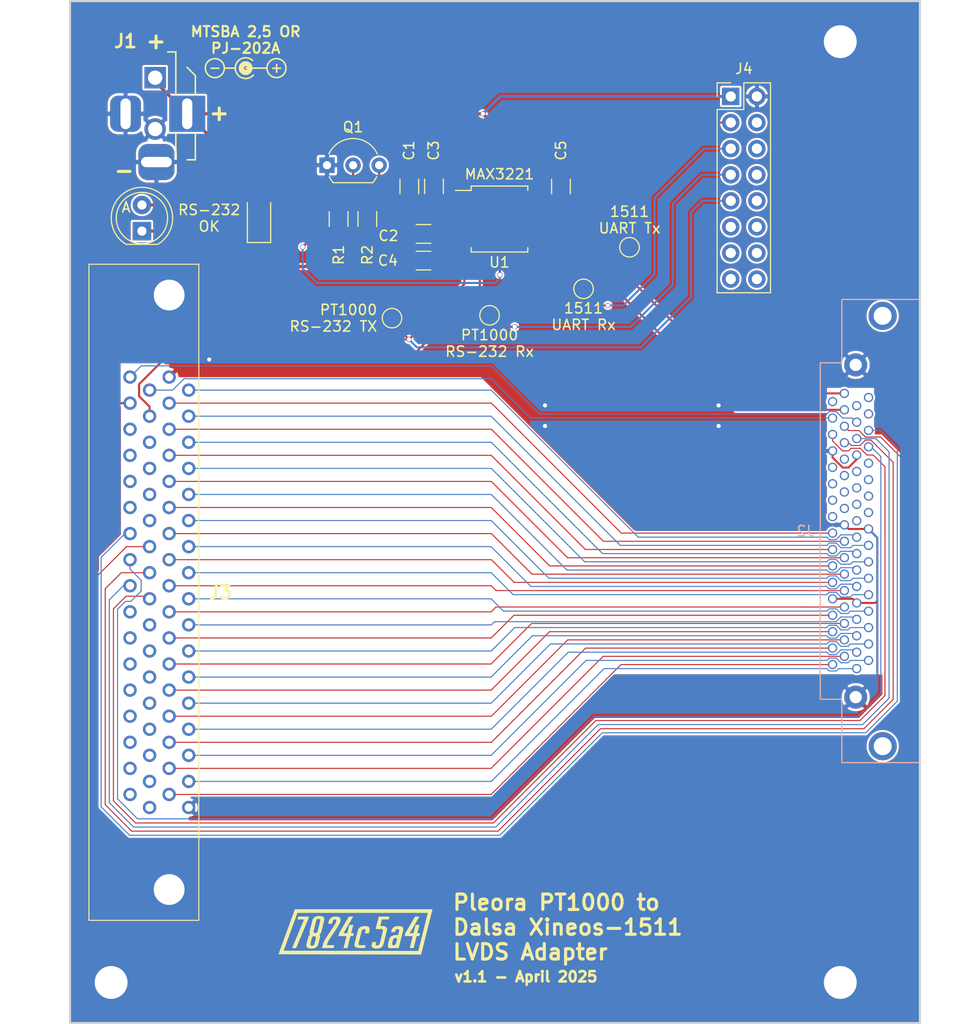
<source format=kicad_pcb>
(kicad_pcb (version 20241229) (generator "pcbnew") (generator_version "9.0")
  (layers (0 "F.Cu" signal) (2 "B.Cu" signal) (13 "F.Paste" user) (15 "B.Paste" user) (5 "F.SilkS" user "F.Silkscreen") (7 "B.SilkS" user "B.Silkscreen") (1 "F.Mask" user) (3 "B.Mask" user) (25 "Edge.Cuts" user))
  (net 0 "")
  (net 1 "Net-(U1-C1+)")
  (net 2 "Net-(U1-C1-)")
  (net 3 "Net-(U1-C2+)")
  (net 4 "Net-(U1-C2-)")
  (net 5 "Net-(U1-V+)")
  (net 6 "GND")
  (net 7 "Net-(U1-V-)")
  (net 8 "Net-(D1-K)")
  (net 9 "+5V")
  (net 10 "DATA_A_0+")
  (net 11 "DATA_A_0-")
  (net 12 "DATA_A_1+")
  (net 13 "DATA_A_1-")
  (net 14 "DATA_A_2+")
  (net 15 "DATA_A_2-")
  (net 16 "DATA_A_3+")
  (net 17 "DATA_A_3-")
  (net 18 "DATA_A_4+")
  (net 19 "DATA_A_4-")
  (net 20 "DATA_A_5+")
  (net 21 "DATA_A_5-")
  (net 22 "DATA_A_6+")
  (net 23 "DATA_A_6-")
  (net 24 "DATA_A_7+")
  (net 25 "DATA_A_7-")
  (net 26 "DATA_B_0+")
  (net 27 "DATA_B_0-")
  (net 28 "DATA_B_1+")
  (net 29 "DATA_B_1-")
  (net 30 "DATA_B_2+")
  (net 31 "DATA_B_2-")
  (net 32 "DATA_B_3+")
  (net 33 "DATA_B_3-")
  (net 34 "DATA_B_4+")
  (net 35 "DATA_B_4-")
  (net 36 "DATA_B_5+")
  (net 37 "DATA_B_5-")
  (net 38 "DATA_B_6+")
  (net 39 "DATA_B_6-")
  (net 40 "DATA_B_7+")
  (net 41 "DATA_B_7-")
  (net 42 "PT1000_PROG_0+")
  (net 43 "PT1000_PROG_1+")
  (net 44 "PT1000_PROG_1-")
  (net 45 "PT1000_PROG_2+")
  (net 46 "PT1000_PROG_2-")
  (net 47 "PT1000_PROG_3+")
  (net 48 "PT1000_PROG_3-")
  (net 49 "FVAL+")
  (net 50 "FVAL-")
  (net 51 "LVAL+")
  (net 52 "LVAL-")
  (net 53 "DVAL+")
  (net 54 "DVAL-")
  (net 55 "PT1000_CC_1+")
  (net 56 "PT1000_CC_1-")
  (net 57 "PT1000_CC_2+")
  (net 58 "PT1000_CC_2-")
  (net 59 "PT1000_CC_3+")
  (net 60 "PT1000_CC_3-")
  (net 61 "PT1000_CC_4+")
  (net 62 "PT1000_CC_4-")
  (net 63 "PT1000_RS232_RX")
  (net 64 "PT1000_RS232_TX")
  (net 65 "CLK+")
  (net 66 "CLK-")
  (net 67 "XINEOS_19")
  (net 68 "XINEOS_20")
  (net 69 "XINEOS_TRIG_1+")
  (net 70 "XINEOS_22")
  (net 71 "XINEOS_PROG_2+")
  (net 72 "XINEOS_PROG_1+")
  (net 73 "XINEOS_PROG_3+")
  (net 74 "XINEOS_26")
  (net 75 "XINEOS_UART_RX")
  (net 76 "XINEOS_PROG_4+")
  (net 77 "XINEOS_UART_TX")
  (net 78 "XINEOS_53")
  (net 79 "XINEOS_54")
  (net 80 "XINEOS_TRIG_1-")
  (net 81 "XINEOS_56")
  (net 82 "XINEOS_PROG_2-")
  (net 83 "XINEOS_PROG_1-")
  (net 84 "XINEOS_PROG_3-")
  (net 85 "XINEOS_60")
  (net 86 "XINEOS_66")
  (net 87 "XINEOS_PROG_4-")
  (net 88 "XINEOS_68")
  (net 89 "Net-(Q1-B)")
  (net 90 "Net-(Q1-C)")
  (net 91 "PT1000_RS232_VALID")
  (net 100 "PT1000_PROG_0-")
  (footprint "Capacitor_SMD:C_1206_3216Metric_Pad1.33x1.80mm_HandSolder" (layer "F.Cu") (at 155.65 61.6825 90)
    (property "Reference" "C5")
    (property "Value" ".1uF" (hide yes))
  )
  (footprint "Resistor_SMD:R_1206_3216Metric_Pad1.30x1.75mm_HandSolder" (layer "F.Cu") (at 136.8 64.85 -90)
    (property "Reference" "R2")
    (property "Value" "220R")
  )
  (footprint "Symbol:Symbol_Barrel_Polarity" (layer "F.Cu") (at 124.95 50.0825)
    (property "Reference" "REF**" (hide yes))
    (property "Value" "Symbol_Barrel_Polarity" (hide yes))
  )
  (footprint "Capacitor_SMD:C_1206_3216Metric_Pad1.33x1.80mm_HandSolder" (layer "F.Cu") (at 143.2875 61.6675 90)
    (property "Reference" "C3")
    (property "Value" ".33uF" (hide yes))
  )
  (footprint "Connector_PinHeader_2.54mm:PinHeader_2x08_P2.54mm_Vertical" (layer "F.Cu") (at 172.185 52.917496)
    (property "Reference" "J4")
    (property "Value" "Debug Header" (hide yes))
  )
  (footprint "LED_THT:LED_D5.0mm" (layer "F.Cu") (at 114.85 66.025002 90)
    (property "Reference" "D1" (hide yes))
    (property "Value" "LED")
  )
  (footprint "TestPoint:TestPoint_Pad_D1.5mm" (layer "F.Cu") (at 157.85 71.65)
    (property "Reference" "REF**" (hide yes))
    (property "Value" "Xineos-1511" (hide yes))
  )
  (footprint "MountingHole:MountingHole_3.2mm_M3_DIN965_Pad" (layer "F.Cu") (at 182.85 139.1825)
    (property "Reference" "REF**" (hide yes))
    (property "Value" "MountingHole_3.2mm_M3_DIN965_Pad" (hide yes))
  )
  (footprint "Resistor_SMD:R_1206_3216Metric_Pad1.30x1.75mm_HandSolder" (layer "F.Cu") (at 134 64.85 90)
    (property "Reference" "R1")
    (property "Value" "3.3K")
  )
  (footprint "MountingHole:MountingHole_3.2mm_M3_DIN965_Pad" (layer "F.Cu") (at 182.85 47.5825)
    (property "Reference" "REF**" (hide yes))
    (property "Value" "MountingHole_3.2mm_M3_DIN965_Pad" (hide yes))
  )
  (footprint "TestPoint:TestPoint_Pad_D1.5mm" (layer "F.Cu") (at 148.7 74.225)
    (property "Reference" "RS-232 Tx" (hide yes))
    (property "Value" "TestPoint_Pad_D1.5mm" (hide yes))
  )
  (footprint "Capacitor_SMD:C_1206_3216Metric_Pad1.33x1.80mm_HandSolder" (layer "F.Cu") (at 142.2625 66.3)
    (property "Reference" "C2")
    (property "Value" ".33uF" (hide yes))
  )
  (footprint "TestPoint:TestPoint_Pad_D1.5mm" (layer "F.Cu") (at 139.2 74.5)
    (property "Reference" "RS-232 Rx" (hide yes))
    (property "Value" "TestPoint_Pad_D1.5mm" (hide yes))
  )
  (footprint "Benderlabs_Custom:7824c5a4_logo_15x4.5mm" (layer "F.Cu") (at 135.64 134.259108)
    (property "Reference" "G***" (hide yes))
    (property "Value" "LOGO" (hide yes))
  )
  (footprint "Capacitor_SMD:C_1206_3216Metric_Pad1.33x1.80mm_HandSolder" (layer "F.Cu") (at 142.2625 68.9 180)
    (property "Reference" "C4")
    (property "Value" ".33uF" (hide yes))
  )
  (footprint "Xineos1511_LVDS_Adapter:MSTB-5.0mm-x2" (layer "F.Cu") (at 116.14 51.09 -90)
    (property "Reference" "J1")
    (property "Value" "VIN" (hide yes))
  )
  (footprint "Connector_BarrelJack:BarrelJack_Horizontal" (layer "F.Cu") (at 119.26 54.6025)
    (property "Reference" "REF**" (hide yes))
    (property "Value" "BarrelJack_Horizontal" (hide yes))
  )
  (footprint "MountingHole:MountingHole_3.2mm_M3_DIN965_Pad" (layer "F.Cu") (at 111.85 139.1825)
    (property "Reference" "REF**" (hide yes))
    (property "Value" "MountingHole_3.2mm_M3_DIN965_Pad" (hide yes))
  )
  (footprint "Xineos1511_LVDS_Adapter:MDR_68" (layer "F.Cu") (at 108.69 122.1475 -90)
    (property "Reference" "J3")
    (property "Value" "68_Pin_MDR_PT1000" (hide yes))
  )
  (footprint "Package_SO:SSOP-16_5.3x6.2mm_P0.65mm" (layer "F.Cu") (at 149.6625 64.85)
    (property "Reference" "U1")
    (property "Value" "MAX3221")
  )
  (footprint "Package_TO_SOT_THT:TO-92L_Inline_Wide" (layer "F.Cu") (at 132.87 59.61)
    (property "Reference" "Q1")
    (property "Value" "2N3904" (hide yes))
  )
  (footprint "LED_SMD:LED_1206_3216Metric" (layer "F.Cu") (at 126.25 64.85 90)
    (property "Reference" "REF**" (hide yes))
    (property "Value" "LED_1206_3216Metric" (hide yes))
  )
  (footprint "TestPoint:TestPoint_Pad_D1.5mm" (layer "F.Cu") (at 162.325 67.6)
    (property "Reference" "REF**" (hide yes))
    (property "Value" "UART Rx" (hide yes))
  )
  (footprint "Capacitor_SMD:C_1206_3216Metric_Pad1.33x1.80mm_HandSolder" (layer "F.Cu") (at 140.8875 61.68 -90)
    (property "Reference" "C1")
    (property "Value" ".047uF" (hide yes))
  )
  (footprint "Xineos1511_LVDS_Adapter:VHDCI_68" (layer "B.Cu") (at 190.65 72.8775 -90)
    (property "Reference" "J2")
    (property "Value" "68_Pin_VHDCI_Xineos")
  )
  (gr_line (start 120.05 52.7325) (end 120.05 50.8825) (stroke (width 0.15)) (layer "F.SilkS"))
  (gr_line (start 120.05 59.0825) (end 119.25 59.0825) (stroke (width 0.15)) (layer "F.SilkS"))
  (gr_line (start 118.15 48.5825) (end 117.35 48.5825) (stroke (width 0.15)) (layer "F.SilkS"))
  (gr_line (start 118.15 52.7325) (end 118.15 48.5825) (stroke (width 0.15)) (layer "F.SilkS"))
  (gr_line (start 120.05 50.8825) (end 119.25 50.0825) (stroke (width 0.15)) (layer "F.SilkS"))
  (gr_line (start 120.05 56.4825) (end 120.05 59.0825) (stroke (width 0.15)) (layer "F.SilkS"))
  (gr_line (start 118.15 58.5825) (end 118.15 56.4825) (stroke (width 0.15)) (layer "F.SilkS"))
  (gr_rect (start 107.85 43.6325) (end 190.6 143.1325) (stroke (width 0.2)) (fill no) (layer "Edge.Cuts"))
  (gr_text "MTSBA 2,5 OR\nPJ-202A" (at 124.95 48.806 0) (layer "F.SilkS") (effects (font (size 1 1) (thickness 0.2)) (justify bottom)))
  (gr_text "1511\nUART Rx" (at 157.85 74.3425 0) (layer "F.SilkS") (effects (font (size 1 1))))
  (gr_text "-" (at 113.125 60.1075 0) (layer "F.SilkS") (effects (font (size 1.5 1.5) (thickness 0.3) (bold yes))))
  (gr_text "-" (at 121.95 50.6825 0) (layer "F.SilkS") (effects (font (size 1 1)) (justify bottom)))
  (gr_text "+" (at 121.25 55.3825 0) (layer "F.SilkS") (effects (font (size 1.5 1.5) (thickness 0.3) (bold yes)) (justify left bottom)))
  (gr_text "+" (at 127.25 50.6825 0) (layer "F.SilkS") (effects (font (size 1 1)) (justify left bottom)))
  (gr_text "+" (at 115.1 48.3825 0) (layer "F.SilkS") (effects (font (size 1.5 1.5) (thickness 0.3) (bold yes)) (justify left bottom)))
  (gr_text "PT1000\nRS-232 Rx" (at 148.7 76.9525 0) (layer "F.SilkS") (effects (font (size 1 1))))
  (gr_text "v1.1 - April 2025" (at 145.15 139.2125 0) (layer "F.SilkS") (effects (font (size 1 1) (thickness 0.25) (bold yes)) (justify left bottom)))
  (gr_text "1511\nUART Tx" (at 162.33 64.9425 0) (layer "F.SilkS") (effects (font (size 1 1))))
  (gr_text "RS-232\nOK" (at 121.4 66.156724 0) (layer "F.SilkS") (effects (font (size 1 1)) (justify bottom)))
  (gr_text "A" (at 113.31 63.7125 0) (layer "F.SilkS") (effects (font (size 1 1))))
  (gr_text "PT1000\nRS-232 TX" (at 137.85 74.5 0) (layer "F.SilkS") (effects (font (size 1 1)) (justify right)))
  (gr_text "Pleora PT1000 to\nDalsa Xineos-1511\nLVDS Adapter" (at 144.975 137.1 0) (layer "F.SilkS") (effects (font (size 1.5 1.5) (thickness 0.3) (bold yes)) (justify left bottom)))
  (segment (start 142.5375 61.7675) (end 143.8375 61.7675) (width 0.2) (layer "F.Cu") (net 1))
  (segment (start 143.8375 61.7675) (end 145.295 63.225) (width 0.2) (layer "F.Cu") (net 1))
  (segment (start 140.8875 60.1175) (end 142.5375 61.7675) (width 0.2) (layer "F.Cu") (net 1))
  (segment (start 145.295 63.225) (end 146.25 63.225) (width 0.2) (layer "F.Cu") (net 1))
  (segment (start 142.0875 64.4425) (end 146.1675 64.4425) (width 0.2) (layer "F.Cu") (net 2))
  (segment (start 140.8875 63.2425) (end 142.0875 64.4425) (width 0.2) (layer "F.Cu") (net 2))
  (segment (start 146.1675 64.4425) (end 146.25 64.525) (width 0.2) (layer "F.Cu") (net 2))
  (segment (start 140.7 66.3) (end 142.1075 64.8925) (width 0.2) (layer "F.Cu") (net 3))
  (segment (start 144.97 65.175) (end 146.25 65.175) (width 0.2) (layer "F.Cu") (net 3))
  (segment (start 144.6875 64.8925) (end 144.97 65.175) (width 0.2) (layer "F.Cu") (net 3))
  (segment (start 142.1075 64.8925) (end 144.6875 64.8925) (width 0.2) (layer "F.Cu") (net 3))
  (segment (start 143.825 66.3) (end 144.3 65.825) (width 0.2) (layer "F.Cu") (net 4))
  (segment (start 144.3 65.825) (end 146.25 65.825) (width 0.2) (layer "F.Cu") (net 4))
  (segment (start 144.745 63.875) (end 146.25 63.875) (width 0.2) (layer "F.Cu") (net 5))
  (segment (start 143.2875 63.23) (end 144.1 63.23) (width 0.2) (layer "F.Cu") (net 5))
  (segment (start 144.1 63.23) (end 144.745 63.875) (width 0.2) (layer "F.Cu") (net 5))
  (segment (start 182.1025 101.825) (end 184.0475 101.825) (width 0.2) (layer "F.Cu") (net 6))
  (segment (start 182.1 101.8275) (end 182.1025 101.825) (width 0.2) (layer "F.Cu") (net 6))
  (segment (start 183.65 95.0275) (end 185.6 95.0275) (width 0.2) (layer "F.Cu") (net 6))
  (segment (start 183.078508 89.05) (end 183.65 89.05) (width 0.2) (layer "F.Cu") (net 6))
  (segment (start 186.2525 102.2275) (end 186.45 102.03) (width 0.2) (layer "F.Cu") (net 6))
  (segment (start 183.25 94.6275) (end 183.65 95.0275) (width 0.2) (layer "F.Cu") (net 6))
  (segment (start 186.45 95.8775) (end 185.6 95.0275) (width 0.2) (layer "F.Cu") (net 6))
  (segment (start 186.45 109.43) (end 186 109.88) (width 0.2) (layer "F.Cu") (net 6))
  (segment (start 186.45 102.03) (end 186.45 95.8775) (width 0.2) (layer "F.Cu") (net 6))
  (segment (start 182.1 87.4275) (end 182.1 88.071492) (width 0.2) (layer "F.Cu") (net 6))
  (segment (start 182.1 88.071492) (end 183.078508 89.05) (width 0.2) (layer "F.Cu") (net 6))
  (segment (start 183.65 89.05) (end 184.45 88.25) (width 0.2) (layer "F.Cu") (net 6))
  (segment (start 184.0475 101.825) (end 184.45 102.2275) (width 0.2) (layer "F.Cu") (net 6))
  (segment (start 184.45 102.2275) (end 186.2525 102.2275) (width 0.2) (layer "F.Cu") (net 6))
  (segment (start 186.45 102.03) (end 186.45 109.43) (width 0.2) (layer "F.Cu") (net 6))
  (segment (start 184.45 88.25) (end 184.45 87.8275) (width 0.2) (layer "F.Cu") (net 6))
  (via (at 154.1 85) (size 0.5) (drill 0.4) (layers "F.Cu" "B.Cu") (net 6))
  (via (at 171 85) (size 0.5) (drill 0.4) (layers "F.Cu" "B.Cu") (net 6))
  (via (at 154.1 83) (size 0.5) (drill 0.4) (layers "F.Cu" "B.Cu") (net 6))
  (via (at 171 83) (size 0.5) (drill 0.4) (layers "F.Cu" "B.Cu") (net 6))
  (via (at 121.4 78.5325) (size 0.5) (drill 0.4) (layers "F.Cu" "B.Cu") (net 6))
  (segment (start 186.45 109.43) (end 186 109.88) (width 0.2) (layer "B.Cu") (net 6))
  (segment (start 186.45 95.8775) (end 186.45 109.43) (width 0.2) (layer "B.Cu") (net 6))
  (segment (start 185.6 95.0275) (end 186.45 95.8775) (width 0.2) (layer "B.Cu") (net 6))
  (segment (start 144.9125 66.6425) (end 145.08 66.475) (width 0.2) (layer "F.Cu") (net 7))
  (segment (start 144.48 68.9) (end 144.9125 68.4675) (width 0.2) (layer "F.Cu") (net 7))
  (segment (start 143.825 68.9) (end 144.48 68.9) (width 0.2) (layer "F.Cu") (net 7))
  (segment (start 145.08 66.475) (end 146.25 66.475) (width 0.2) (layer "F.Cu") (net 7))
  (segment (start 144.9125 68.4675) (end 144.9125 66.6425) (width 0.2) (layer "F.Cu") (net 7))
  (segment (start 128 69.475) (end 135.25 69.475) (width 0.3) (layer "F.Cu") (net 8))
  (segment (start 135.25 69.475) (end 136.800004 67.924996) (width 0.3) (layer "F.Cu") (net 8))
  (segment (start 114.85 66.025002) (end 126.025002 66.025002) (width 0.3) (layer "F.Cu") (net 8))
  (segment (start 126.25 67.725) (end 128 69.475) (width 0.3) (layer "F.Cu") (net 8))
  (segment (start 136.800004 67.924996) (end 136.800004 66.400001) (width 0.3) (layer "F.Cu") (net 8))
  (segment (start 126.025002 66.025002) (end 126.25 66.25) (width 0.2) (layer "F.Cu") (net 8))
  (segment (start 126.25 66.25) (end 126.25 67.725) (width 0.3) (layer "F.Cu") (net 8))
  (segment (start 126.25 61.5925) (end 126.25 63.45) (width 0.3) (layer "F.Cu") (net 9))
  (segment (start 116.14 51.4825) (end 119.26 54.6025) (width 0.3) (layer "F.Cu") (net 9))
  (segment (start 153.075 59.625) (end 153.075 63.225) (width 0.3) (layer "F.Cu") (net 9))
  (segment (start 119.26 54.6025) (end 126.25 61.5925) (width 0.3) (layer "F.Cu") (net 9))
  (segment (start 114.85 63.485002) (end 126.214998 63.485002) (width 0.3) (layer "F.Cu") (net 9))
  (segment (start 148.0525 54.6025) (end 153.075 59.625) (width 0.3) (layer "F.Cu") (net 9))
  (segment (start 153.075 63.225) (end 155.45 63.225) (width 0.2) (layer "F.Cu") (net 9))
  (segment (start 126.214998 63.485002) (end 126.25 63.45) (width 0.2) (layer "F.Cu") (net 9))
  (segment (start 119.26 54.6025) (end 148.0525 54.6025) (width 0.3) (layer "F.Cu") (net 9))
  (segment (start 116.14 51.09) (end 116.14 51.4825) (width 0.3) (layer "F.Cu") (net 9))
  (via (at 148.0525 54.6025) (size 0.5) (drill 0.4) (layers "F.Cu" "B.Cu") (net 9))
  (segment (start 149.737504 52.917496) (end 148.0525 54.6025) (width 0.3) (layer "B.Cu") (net 9))
  (segment (start 172.185 52.917496) (end 149.737504 52.917496) (width 0.3) (layer "B.Cu") (net 9))
  (segment (start 161.505 108.2275) (end 182.1 108.2275) (width 0.1016) (layer "F.Cu") (net 10))
  (segment (start 148.855 120.8775) (end 161.505 108.2275) (width 0.1016) (layer "F.Cu") (net 10))
  (segment (start 117.5 120.8775) (end 148.855 120.8775) (width 0.1016) (layer "F.Cu") (net 10))
  (segment (start 119.405 119.6075) (end 148.8675 119.6075) (width 0.1016) (layer "B.Cu") (net 11))
  (segment (start 181.543035 108.625) (end 181.772335 108.8543) (width 0.1016) (layer "B.Cu") (net 11))
  (segment (start 159.85 108.625) (end 181.543035 108.625) (width 0.1016) (layer "B.Cu") (net 11))
  (segment (start 182.4457 108.8543) (end 182.6725 108.6275) (width 0.1016) (layer "B.Cu") (net 11))
  (segment (start 148.8675 119.6075) (end 159.85 108.625) (width 0.1016) (layer "B.Cu") (net 11))
  (segment (start 181.772335 108.8543) (end 182.4457 108.8543) (width 0.1016) (layer "B.Cu") (net 11))
  (segment (start 182.6725 108.6275) (end 184.45 108.6275) (width 0.1016) (layer "B.Cu") (net 11))
  (segment (start 117.5 118.3375) (end 148.845 118.3375) (width 0.1016) (layer "F.Cu") (net 12))
  (segment (start 159.755 107.4275) (end 183.25 107.4275) (width 0.1016) (layer "F.Cu") (net 12))
  (segment (start 148.845 118.3375) (end 159.755 107.4275) (width 0.1016) (layer "F.Cu") (net 12))
  (segment (start 182.4507 107.6007) (end 182.9043 108.0543) (width 0.1016) (layer "B.Cu") (net 13))
  (segment (start 181.7743 107.6007) (end 182.4507 107.6007) (width 0.1016) (layer "B.Cu") (net 13))
  (segment (start 158.1 107.825) (end 181.55 107.825) (width 0.1016) (layer "B.Cu") (net 13))
  (segment (start 148.8575 117.0675) (end 158.1 107.825) (width 0.1016) (layer "B.Cu") (net 13))
  (segment (start 119.405 117.0675) (end 148.8575 117.0675) (width 0.1016) (layer "B.Cu") (net 13))
  (segment (start 183.5957 108.0543) (end 183.8225 107.8275) (width 0.1016) (layer "B.Cu") (net 13))
  (segment (start 183.8225 107.8275) (end 185.6 107.8275) (width 0.1016) (layer "B.Cu") (net 13))
  (segment (start 182.9043 108.0543) (end 183.5957 108.0543) (width 0.1016) (layer "B.Cu") (net 13))
  (segment (start 181.55 107.825) (end 181.7743 107.6007) (width 0.1016) (layer "B.Cu") (net 13))
  (segment (start 117.5 115.7975) (end 148.885 115.7975) (width 0.1016) (layer "F.Cu") (net 14))
  (segment (start 148.885 115.7975) (end 158.055 106.6275) (width 0.1016) (layer "F.Cu") (net 14))
  (segment (start 158.055 106.6275) (end 182.1 106.6275) (width 0.1016) (layer "F.Cu") (net 14))
  (segment (start 182.4457 107.2543) (end 182.8993 106.8007) (width 0.1016) (layer "B.Cu") (net 15))
  (segment (start 119.405 114.5275) (end 148.86 114.5275) (width 0.1016) (layer "B.Cu") (net 15))
  (segment (start 156.3625 107.025) (end 181.55 107.025) (width 0.1016) (layer "B.Cu") (net 15))
  (segment (start 181.55 107.025) (end 181.7793 107.2543) (width 0.1016) (layer "B.Cu") (net 15))
  (segment (start 148.86 114.5275) (end 156.3625 107.025) (width 0.1016) (layer "B.Cu") (net 15))
  (segment (start 184.2232 106.8007) (end 184.45 107.0275) (width 0.1016) (layer "B.Cu") (net 15))
  (segment (start 182.8993 106.8007) (end 184.2232 106.8007) (width 0.1016) (layer "B.Cu") (net 15))
  (segment (start 181.7793 107.2543) (end 182.4457 107.2543) (width 0.1016) (layer "B.Cu") (net 15))
  (segment (start 148.875 113.2575) (end 156.305 105.8275) (width 0.1016) (layer "F.Cu") (net 16))
  (segment (start 117.5 113.2575) (end 148.875 113.2575) (width 0.1016) (layer "F.Cu") (net 16))
  (segment (start 156.305 105.8275) (end 183.25 105.8275) (width 0.1016) (layer "F.Cu") (net 16))
  (segment (start 181.54375 106.225) (end 181.76805 106.0007) (width 0.1016) (layer "B.Cu") (net 17))
  (segment (start 181.76805 106.0007) (end 182.4507 106.0007) (width 0.1016) (layer "B.Cu") (net 17))
  (segment (start 183.8225 106.2275) (end 185.6 106.2275) (width 0.1016) (layer "B.Cu") (net 17))
  (segment (start 182.4507 106.0007) (end 182.9043 106.4543) (width 0.1016) (layer "B.Cu") (net 17))
  (segment (start 119.405 111.9875) (end 148.8625 111.9875) (width 0.1016) (layer "B.Cu") (net 17))
  (segment (start 182.9043 106.4543) (end 183.5957 106.4543) (width 0.1016) (layer "B.Cu") (net 17))
  (segment (start 148.8625 111.9875) (end 154.625 106.225) (width 0.1016) (layer "B.Cu") (net 17))
  (segment (start 183.5957 106.4543) (end 183.8225 106.2275) (width 0.1016) (layer "B.Cu") (net 17))
  (segment (start 154.625 106.225) (end 181.54375 106.225) (width 0.1016) (layer "B.Cu") (net 17))
  (segment (start 148.8575 110.7175) (end 154.5475 105.0275) (width 0.1016) (layer "F.Cu") (net 18))
  (segment (start 117.5 110.7175) (end 148.8575 110.7175) (width 0.1016) (layer "F.Cu") (net 18))
  (segment (start 154.5475 105.0275) (end 182.1 105.0275) (width 0.1016) (layer "F.Cu") (net 18))
  (segment (start 182.4457 105.6543) (end 182.9 105.2) (width 0.1016) (layer "B.Cu") (net 19))
  (segment (start 181.775817 105.6543) (end 182.4457 105.6543) (width 0.1016) (layer "B.Cu") (net 19))
  (segment (start 184.2225 105.2) (end 184.45 105.4275) (width 0.1016) (layer "B.Cu") (net 19))
  (segment (start 148.8525 109.4475) (end 152.875 105.425) (width 0.1016) (layer "B.Cu") (net 19))
  (segment (start 152.875 105.425) (end 181.546517 105.425) (width 0.1016) (layer "B.Cu") (net 19))
  (segment (start 119.405 109.4475) (end 148.8525 109.4475) (width 0.1016) (layer "B.Cu") (net 19))
  (segment (start 182.9 105.2) (end 184.2225 105.2) (width 0.1016) (layer "B.Cu") (net 19))
  (segment (start 181.546517 105.425) (end 181.775817 105.6543) (width 0.1016) (layer "B.Cu") (net 19))
  (segment (start 152.7975 104.2275) (end 183.25 104.2275) (width 0.1016) (layer "F.Cu") (net 20))
  (segment (start 117.5 108.1775) (end 148.8475 108.1775) (width 0.1016) (layer "F.Cu") (net 20))
  (segment (start 148.8475 108.1775) (end 152.7975 104.2275) (width 0.1016) (layer "F.Cu") (net 20))
  (segment (start 183.8225 104.6275) (end 185.6 104.6275) (width 0.1016) (layer "B.Cu") (net 21))
  (segment (start 182.455165 104.4007) (end 182.908765 104.8543) (width 0.1016) (layer "B.Cu") (net 21))
  (segment (start 148.8675 106.9075) (end 151.15 104.625) (width 0.1016) (layer "B.Cu") (net 21))
  (segment (start 183.5957 104.8543) (end 183.8225 104.6275) (width 0.1016) (layer "B.Cu") (net 21))
  (segment (start 181.55 104.625) (end 181.7743 104.4007) (width 0.1016) (layer "B.Cu") (net 21))
  (segment (start 119.405 106.9075) (end 148.8675 106.9075) (width 0.1016) (layer "B.Cu") (net 21))
  (segment (start 151.15 104.625) (end 181.55 104.625) (width 0.1016) (layer "B.Cu") (net 21))
  (segment (start 181.7743 104.4007) (end 182.455165 104.4007) (width 0.1016) (layer "B.Cu") (net 21))
  (segment (start 182.908765 104.8543) (end 183.5957 104.8543) (width 0.1016) (layer "B.Cu") (net 21))
  (segment (start 148.8625 105.6375) (end 151.0725 103.4275) (width 0.1016) (layer "F.Cu") (net 22))
  (segment (start 117.5 105.6375) (end 148.8625 105.6375) (width 0.1016) (layer "F.Cu") (net 22))
  (segment (start 151.0725 103.4275) (end 182.1 103.4275) (width 0.1016) (layer "F.Cu") (net 22))
  (segment (start 148.87 104.3675) (end 149.1832 104.0543) (width 0.1016) (layer "B.Cu") (net 23))
  (segment (start 149.1832 104.0543) (end 182.441236 104.0543) (width 0.1016) (layer "B.Cu") (net 23))
  (segment (start 184.2232 103.6007) (end 184.45 103.8275) (width 0.1016) (layer "B.Cu") (net 23))
  (segment (start 182.441236 104.0543) (end 182.894836 103.6007) (width 0.1016) (layer "B.Cu") (net 23))
  (segment (start 119.405 104.3675) (end 148.87 104.3675) (width 0.1016) (layer "B.Cu") (net 23))
  (segment (start 182.894836 103.6007) (end 184.2232 103.6007) (width 0.1016) (layer "B.Cu") (net 23))
  (segment (start 148.8525 103.0975) (end 149.325 102.625) (width 0.1016) (layer "F.Cu") (net 24))
  (segment (start 179.4475 102.625) (end 179.45 102.6275) (width 0.1016) (layer "F.Cu") (net 24))
  (segment (start 149.325 102.625) (end 179.4475 102.625) (width 0.1016) (layer "F.Cu") (net 24))
  (segment (start 117.5 103.0975) (end 148.8525 103.0975) (width 0.1016) (layer "F.Cu") (net 24))
  (segment (start 179.45 102.6275) (end 183.25 102.6275) (width 0.1016) (layer "F.Cu") (net 24))
  (segment (start 183.2475 102.625) (end 183.25 102.6275) (width 0.1016) (layer "F.Cu") (net 24))
  (segment (start 148.8525 101.8275) (end 150.05 103.025) (width 0.1016) (layer "B.Cu") (net 25))
  (segment (start 182.4507 102.8007) (end 182.9043 103.2543) (width 0.1016) (layer "B.Cu") (net 25))
  (segment (start 181.55 103.025) (end 181.7743 102.8007) (width 0.1016) (layer "B.Cu") (net 25))
  (segment (start 183.5957 103.2543) (end 183.8225 103.0275) (width 0.1016) (layer "B.Cu") (net 25))
  (segment (start 150.05 103.025) (end 181.55 103.025) (width 0.1016) (layer "B.Cu") (net 25))
  (segment (start 181.7743 102.8007) (end 182.4507 102.8007) (width 0.1016) (layer "B.Cu") (net 25))
  (segment (start 119.405 101.8275) (end 148.8525 101.8275) (width 0.1016) (layer "B.Cu") (net 25))
  (segment (start 183.8225 103.0275) (end 185.6 103.0275) (width 0.1016) (layer "B.Cu") (net 25))
  (segment (start 182.9043 103.2543) (end 183.5957 103.2543) (width 0.1016) (layer "B.Cu") (net 25))
  (segment (start 117.5 100.5575) (end 148.865663 100.5575) (width 0.1016) (layer "F.Cu") (net 26))
  (segment (start 148.865663 100.5575) (end 149.333163 101.025) (width 0.1016) (layer "F.Cu") (net 26))
  (segment (start 179.4475 101.025) (end 179.45 101.0275) (width 0.1016) (layer "F.Cu") (net 26))
  (segment (start 179.45 101.0275) (end 183.25 101.0275) (width 0.1016) (layer "F.Cu") (net 26))
  (segment (start 149.333163 101.025) (end 179.4475 101.025) (width 0.1016) (layer "F.Cu") (net 26))
  (segment (start 183.2475 101.025) (end 183.25 101.0275) (width 0.1016) (layer "F.Cu") (net 26))
  (segment (start 184.049509 101.4275) (end 185.6 101.4275) (width 0.1016) (layer "B.Cu") (net 27))
  (segment (start 181.7743 101.2007) (end 182.44445 101.2007) (width 0.1016) (layer "B.Cu") (net 27))
  (segment (start 182.89805 101.6543) (end 183.822709 101.6543) (width 0.1016) (layer "B.Cu") (net 27))
  (segment (start 148.8625 99.2875) (end 151 101.425) (width 0.1016) (layer "B.Cu") (net 27))
  (segment (start 183.822709 101.6543) (end 184.049509 101.4275) (width 0.1016) (layer "B.Cu") (net 27))
  (segment (start 151 101.425) (end 181.55 101.425) (width 0.1016) (layer "B.Cu") (net 27))
  (segment (start 182.44445 101.2007) (end 182.89805 101.6543) (width 0.1016) (layer "B.Cu") (net 27))
  (segment (start 119.405 99.2875) (end 148.8625 99.2875) (width 0.1016) (layer "B.Cu") (net 27))
  (segment (start 181.55 101.425) (end 181.7743 101.2007) (width 0.1016) (layer "B.Cu") (net 27))
  (segment (start 151.09 100.2275) (end 182.1 100.2275) (width 0.1016) (layer "F.Cu") (net 28))
  (segment (start 117.5 98.0175) (end 148.88 98.0175) (width 0.1016) (layer "F.Cu") (net 28))
  (segment (start 148.88 98.0175) (end 151.09 100.2275) (width 0.1016) (layer "F.Cu") (net 28))
  (segment (start 182.441236 100.8543) (end 182.894836 100.4007) (width 0.1016) (layer "B.Cu") (net 29))
  (segment (start 181.7668 100.8543) (end 182.441236 100.8543) (width 0.1016) (layer "B.Cu") (net 29))
  (segment (start 184.2232 100.4007) (end 184.45 100.6275) (width 0.1016) (layer "B.Cu") (net 29))
  (segment (start 182.894836 100.4007) (end 184.2232 100.4007) (width 0.1016) (layer "B.Cu") (net 29))
  (segment (start 152.725 100.625) (end 181.5375 100.625) (width 0.1016) (layer "B.Cu") (net 29))
  (segment (start 181.5375 100.625) (end 181.7668 100.8543) (width 0.1016) (layer "B.Cu") (net 29))
  (segment (start 148.8475 96.7475) (end 152.725 100.625) (width 0.1016) (layer "B.Cu") (net 29))
  (segment (start 119.405 96.7475) (end 148.8475 96.7475) (width 0.1016) (layer "B.Cu") (net 29))
  (segment (start 152.8275 99.4275) (end 183.25 99.4275) (width 0.1016) (layer "F.Cu") (net 30))
  (segment (start 148.8775 95.4775) (end 152.8275 99.4275) (width 0.1016) (layer "F.Cu") (net 30))
  (segment (start 117.5 95.4775) (end 148.8775 95.4775) (width 0.1016) (layer "F.Cu") (net 30))
  (segment (start 182.9043 100.0543) (end 183.8457 100.0543) (width 0.1016) (layer "B.Cu") (net 31))
  (segment (start 181.7743 99.6007) (end 182.4507 99.6007) (width 0.1016) (layer "B.Cu") (net 31))
  (segment (start 119.405 94.2075) (end 148.8575 94.2075) (width 0.1016) (layer "B.Cu") (net 31))
  (segment (start 184.0725 99.8275) (end 185.6 99.8275) (width 0.1016) (layer "B.Cu") (net 31))
  (segment (start 182.4507 99.6007) (end 182.9043 100.0543) (width 0.1016) (layer "B.Cu") (net 31))
  (segment (start 154.475 99.825) (end 181.55 99.825) (width 0.1016) (layer "B.Cu") (net 31))
  (segment (start 148.8575 94.2075) (end 154.475 99.825) (width 0.1016) (layer "B.Cu") (net 31))
  (segment (start 181.55 99.825) (end 181.7743 99.6007) (width 0.1016) (layer "B.Cu") (net 31))
  (segment (start 183.8457 100.0543) (end 184.0725 99.8275) (width 0.1016) (layer "B.Cu") (net 31))
  (segment (start 117.5 92.9375) (end 148.8625 92.9375) (width 0.1016) (layer "F.Cu") (net 32))
  (segment (start 154.5525 98.6275) (end 182.1 98.6275) (width 0.1016) (layer "F.Cu") (net 32))
  (segment (start 148.8625 92.9375) (end 154.5525 98.6275) (width 0.1016) (layer "F.Cu") (net 32))
  (segment (start 156.225 99.025) (end 181.555536 99.025) (width 0.1016) (layer "B.Cu") (net 33))
  (segment (start 184.2225 98.8) (end 184.45 99.0275) (width 0.1016) (layer "B.Cu") (net 33))
  (segment (start 182.42695 99.2543) (end 182.88125 98.8) (width 0.1016) (layer "B.Cu") (net 33))
  (segment (start 182.88125 98.8) (end 184.2225 98.8) (width 0.1016) (layer "B.Cu") (net 33))
  (segment (start 119.405 91.6675) (end 148.8675 91.6675) (width 0.1016) (layer "B.Cu") (net 33))
  (segment (start 181.784836 99.2543) (end 182.42695 99.2543) (width 0.1016) (layer "B.Cu") (net 33))
  (segment (start 148.8675 91.6675) (end 156.225 99.025) (width 0.1016) (layer "B.Cu") (net 33))
  (segment (start 181.555536 99.025) (end 181.784836 99.2543) (width 0.1016) (layer "B.Cu") (net 33))
  (segment (start 117.5 90.3975) (end 148.8725 90.3975) (width 0.1016) (layer "F.Cu") (net 34))
  (segment (start 156.3025 97.8275) (end 183.25 97.8275) (width 0.1016) (layer "F.Cu") (net 34))
  (segment (start 148.8725 90.3975) (end 156.3025 97.8275) (width 0.1016) (layer "F.Cu") (net 34))
  (segment (start 182.4382 98.0007) (end 182.8918 98.4543) (width 0.1016) (layer "B.Cu") (net 35))
  (segment (start 184.0725 98.2275) (end 185.6 98.2275) (width 0.1016) (layer "B.Cu") (net 35))
  (segment (start 183.8457 98.4543) (end 184.0725 98.2275) (width 0.1016) (layer "B.Cu") (net 35))
  (segment (start 119.405 89.1275) (end 148.865 89.1275) (width 0.1016) (layer "B.Cu") (net 35))
  (segment (start 182.8918 98.4543) (end 183.8457 98.4543) (width 0.1016) (layer "B.Cu") (net 35))
  (segment (start 181.7743 98.0007) (end 182.4382 98.0007) (width 0.1016) (layer "B.Cu") (net 35))
  (segment (start 157.9625 98.225) (end 181.55 98.225) (width 0.1016) (layer "B.Cu") (net 35))
  (segment (start 181.55 98.225) (end 181.7743 98.0007) (width 0.1016) (layer "B.Cu") (net 35))
  (segment (start 148.865 89.1275) (end 157.9625 98.225) (width 0.1016) (layer "B.Cu") (net 35))
  (segment (start 117.5 87.8575) (end 148.8575 87.8575) (width 0.1016) (layer "F.Cu") (net 36))
  (segment (start 158.0275 97.0275) (end 182.1 97.0275) (width 0.1016) (layer "F.Cu") (net 36))
  (segment (start 148.8575 87.8575) (end 158.0275 97.0275) (width 0.1016) (layer "F.Cu") (net 36))
  (segment (start 181.7793 97.6543) (end 182.44785 97.6543) (width 0.1016) (layer "B.Cu") (net 37))
  (segment (start 184.2232 97.2007) (end 184.45 97.4275) (width 0.1016) (layer "B.Cu") (net 37))
  (segment (start 182.44785 97.6543) (end 182.90145 97.2007) (width 0.1016) (layer "B.Cu") (net 37))
  (segment (start 181.55 97.425) (end 181.7793 97.6543) (width 0.1016) (layer "B.Cu") (net 37))
  (segment (start 182.90145 97.2007) (end 184.2232 97.2007) (width 0.1016) (layer "B.Cu") (net 37))
  (segment (start 119.405 86.5875) (end 148.8625 86.5875) (width 0.1016) (layer "B.Cu") (net 37))
  (segment (start 148.8625 86.5875) (end 159.7 97.425) (width 0.1016) (layer "B.Cu") (net 37))
  (segment (start 159.7 97.425) (end 181.55 97.425) (width 0.1016) (layer "B.Cu") (net 37))
  (segment (start 159.7775 96.2275) (end 183.25 96.2275) (width 0.1016) (layer "F.Cu") (net 38))
  (segment (start 117.5 85.3175) (end 148.8675 85.3175) (width 0.1016) (layer "F.Cu") (net 38))
  (segment (start 148.8675 85.3175) (end 159.7775 96.2275) (width 0.1016) (layer "F.Cu") (net 38))
  (segment (start 182.9043 96.8543) (end 183.8457 96.8543) (width 0.1016) (layer "B.Cu") (net 39))
  (segment (start 119.405 84.0475) (end 148.8475 84.0475) (width 0.1016) (layer "B.Cu") (net 39))
  (segment (start 181.7743 96.4007) (end 182.4507 96.4007) (width 0.1016) (layer "B.Cu") (net 39))
  (segment (start 184.0725 96.6275) (end 185.6 96.6275) (width 0.1016) (layer "B.Cu") (net 39))
  (segment (start 161.425 96.625) (end 181.55 96.625) (width 0.1016) (layer "B.Cu") (net 39))
  (segment (start 182.4507 96.4007) (end 182.9043 96.8543) (width 0.1016) (layer "B.Cu") (net 39))
  (segment (start 148.8475 84.0475) (end 161.425 96.625) (width 0.1016) (layer "B.Cu") (net 39))
  (segment (start 181.55 96.625) (end 181.7743 96.4007) (width 0.1016) (layer "B.Cu") (net 39))
  (segment (start 183.8457 96.8543) (end 184.0725 96.6275) (width 0.1016) (layer "B.Cu") (net 39))
  (segment (start 117.5 82.7775) (end 148.8775 82.7775) (width 0.1016) (layer "F.Cu") (net 40))
  (segment (start 161.5275 95.4275) (end 182.1 95.4275) (width 0.1016) (layer "F.Cu") (net 40))
  (segment (start 148.8775 82.7775) (end 161.5275 95.4275) (width 0.1016) (layer "F.Cu") (net 40))
  (segment (start 182.8993 95.6007) (end 184.2232 95.6007) (width 0.1016) (layer "B.Cu") (net 41))
  (segment (start 181.7793 96.0543) (end 182.4457 96.0543) (width 0.1016) (layer "B.Cu") (net 41))
  (segment (start 184.2232 95.6007) (end 184.45 95.8275) (width 0.1016) (layer "B.Cu") (net 41))
  (segment (start 148.8575 81.5075) (end 163.175 95.825) (width 0.1016) (layer "B.Cu") (net 41))
  (segment (start 119.405 81.5075) (end 148.8575 81.5075) (width 0.1016) (layer "B.Cu") (net 41))
  (segment (start 163.175 95.825) (end 181.55 95.825) (width 0.1016) (layer "B.Cu") (net 41))
  (segment (start 182.4457 96.0543) (end 182.8993 95.6007) (width 0.1016) (layer "B.Cu") (net 41))
  (segment (start 181.55 95.825) (end 181.7793 96.0543) (width 0.1016) (layer "B.Cu") (net 41))
  (segment (start 187.2 111.25) (end 187.2 88.975) (width 0.1016) (layer "F.Cu") (net 49))
  (segment (start 115.3425 101.575) (end 113.3 101.575) (width 0.1016) (layer "F.Cu") (net 49))
  (segment (start 112.075 121.5) (end 114.225 123.65) (width 0.1016) (layer "F.Cu") (net 49))
  (segment (start 183.061104 87.425) (end 182.1 86.463896) (width 0.1016) (layer "F.Cu") (net 49))
  (segment (start 184.775 113.675) (end 187.2 111.25) (width 0.1016) (layer "F.Cu") (net 49))
  (segment (start 182.1 86.463896) (end 182.1 85.8275) (width 0.1016) (layer "F.Cu") (net 49))
  (segment (start 149.075 123.65) (end 159.05 113.675) (width 0.1016) (layer "F.Cu") (net 49))
  (segment (start 183.9 87.175) (end 183.65 87.425) (width 0.1016) (layer "F.Cu") (net 49))
  (segment (start 113.3 101.575) (end 112.075 102.8) (width 0.1016) (layer "F.Cu") (net 49))
  (segment (start 186.05 87.825) (end 185.4375 87.825) (width 0.1016) (layer "F.Cu") (net 49))
  (segment (start 112.075 102.8) (end 112.075 121.5) (width 0.1016) (layer "F.Cu") (net 49))
  (segment (start 159.05 113.675) (end 184.775 113.675) (width 0.1016) (layer "F.Cu") (net 49))
  (segment (start 185.4375 87.825) (end 184.7875 87.175) (width 0.1016) (layer "F.Cu") (net 49))
  (segment (start 187.2 88.975) (end 186.05 87.825) (width 0.1016) (layer "F.Cu") (net 49))
  (segment (start 184.7875 87.175) (end 183.9 87.175) (width 0.1016) (layer "F.Cu") (net 49))
  (segment (start 183.65 87.425) (end 183.061104 87.425) (width 0.1016) (layer "F.Cu") (net 49))
  (segment (start 114.225 123.65) (end 149.075 123.65) (width 0.1016) (layer "F.Cu") (net 49))
  (segment (start 115.595 101.8275) (end 115.3425 101.575) (width 0.1016) (layer "F.Cu") (net 49))
  (segment (start 113.0425 100.5575) (end 111.675 101.925) (width 0.1016) (layer "B.Cu") (net 50))
  (segment (start 187.6 111.5) (end 187.6 87.525) (width 0.1016) (layer "B.Cu") (net 50))
  (segment (start 187.6 87.525) (end 186.3025 86.2275) (width 0.1016) (layer "B.Cu") (net 50))
  (segment (start 111.675 121.675) (end 114.05 124.05) (width 0.1016) (layer "B.Cu") (net 50))
  (segment (start 186.3025 86.2275) (end 184.45 86.2275) (width 0.1016) (layer "B.Cu") (net 50))
  (segment (start 185.025 114.075) (end 187.6 111.5) (width 0.1016) (layer "B.Cu") (net 50))
  (segment (start 111.675 101.925) (end 111.675 121.675) (width 0.1016) (layer "B.Cu") (net 50))
  (segment (start 114.05 124.05) (end 149.3 124.05) (width 0.1016) (layer "B.Cu") (net 50))
  (segment (start 149.3 124.05) (end 159.275 114.075) (width 0.1016) (layer "B.Cu") (net 50))
  (segment (start 113.69 100.5575) (end 113.0425 100.5575) (width 0.1016) (layer "B.Cu") (net 50))
  (segment (start 159.275 114.075) (end 185.025 114.075) (width 0.1016) (layer "B.Cu") (net 50))
  (segment (start 185.15 114.475) (end 188 111.625) (width 0.1016) (layer "F.Cu") (net 51))
  (segment (start 185.833929 86.375) (end 185.295535 86.375) (width 0.1016) (layer "F.Cu") (net 51))
  (segment (start 184.770535 86.9) (end 183.925 86.9) (width 0.1016) (layer "F.Cu") (net 51))
  (segment (start 111.275 100.85) (end 111.275 121.875) (width 0.1016) (layer "F.Cu") (net 51))
  (segment (start 115.595 99.2875) (end 112.8375 99.2875) (width 0.1016) (layer "F.Cu") (net 51))
  (segment (start 183.6525 86.6275) (end 183.25 86.6275) (width 0.1016) (layer "F.Cu") (net 51))
  (segment (start 111.275 121.875) (end 113.85 124.45) (width 0.1016) (layer "F.Cu") (net 51))
  (segment (start 183.925 86.9) (end 183.6525 86.6275) (width 0.1016) (layer "F.Cu") (net 51))
  (segment (start 188 111.625) (end 188 88.541071) (width 0.1016) (layer "F.Cu") (net 51))
  (segment (start 188 88.541071) (end 185.833929 86.375) (width 0.1016) (layer "F.Cu") (net 51))
  (segment (start 112.8375 99.2875) (end 111.275 100.85) (width 0.1016) (layer "F.Cu") (net 51))
  (segment (start 149.525 124.45) (end 159.5 114.475) (width 0.1016) (layer "F.Cu") (net 51))
  (segment (start 113.85 124.45) (end 149.525 124.45) (width 0.1016) (layer "F.Cu") (net 51))
  (segment (start 159.5 114.475) (end 185.15 114.475) (width 0.1016) (layer "F.Cu") (net 51))
  (segment (start 185.295535 86.375) (end 184.770535 86.9) (width 0.1016) (layer "F.Cu") (net 51))
  (segment (start 114.775 100.025) (end 114.775 101.075) (width 0.1016) (layer "B.Cu") (net 52))
  (segment (start 113.775 102.075) (end 113.25 102.075) (width 0.1016) (layer "B.Cu") (net 52))
  (segment (start 148.875 123.25) (end 158.85 113.275) (width 0.1016) (layer "B.Cu") (net 52))
  (segment (start 114.425 123.25) (end 148.875 123.25) (width 0.1016) (layer "B.Cu") (net 52))
  (segment (start 185.8525 87.0275) (end 185.6 87.0275) (width 0.1016) (layer "B.Cu") (net 52))
  (segment (start 113.69 98.0175) (end 113.69 98.94) (width 0.1016) (layer "B.Cu") (net 52))
  (segment (start 186.8 87.975) (end 185.8525 87.0275) (width 0.1016) (layer "B.Cu") (net 52))
  (segment (start 112.475 121.3) (end 114.425 123.25) (width 0.1016) (layer "B.Cu") (net 52))
  (segment (start 114.775 101.075) (end 113.775 102.075) (width 0.1016) (layer "B.Cu") (net 52))
  (segment (start 112.475 102.85) (end 112.475 121.3) (width 0.1016) (layer "B.Cu") (net 52))
  (segment (start 186.8 111.025) (end 186.8 87.975) (width 0.1016) (layer "B.Cu") (net 52))
  (segment (start 113.25 102.075) (end 112.475 102.85) (width 0.1016) (layer "B.Cu") (net 52))
  (segment (start 158.85 113.275) (end 184.55 113.275) (width 0.1016) (layer "B.Cu") (net 52))
  (segment (start 113.69 98.94) (end 114.775 100.025) (width 0.1016) (layer "B.Cu") (net 52))
  (segment (start 184.55 113.275) (end 186.8 111.025) (width 0.1016) (layer "B.Cu") (net 52))
  (segment (start 149.925 125.3) (end 159.95 115.275) (width 0.1016) (layer "F.Cu") (net 53))
  (segment (start 188.8 111.95) (end 188.8 88.1) (width 0.1016) (layer "F.Cu") (net 53))
  (segment (start 113.3525 96.7475) (end 110.475 99.625) (width 0.1016) (layer "F.Cu") (net 53))
  (segment (start 188.8 88.1) (end 186.775 86.075) (width 0.1016) (layer "F.Cu") (net 53))
  (segment (start 185.3 86.075) (end 184.675 85.45) (width 0.1016) (layer "F.Cu") (net 53))
  (segment (start 183.6725 85.45) (end 183.25 85.0275) (width 0.1016) (layer "F.Cu") (net 53))
  (segment (start 110.475 99.625) (end 110.475 122.3) (width 0.1016) (layer "F.Cu") (net 53))
  (segment (start 159.95 115.275) (end 185.475 115.275) (width 0.1016) (layer "F.Cu") (net 53))
  (segment (start 113.475 125.3) (end 149.925 125.3) (width 0.1016) (layer "F.Cu") (net 53))
  (segment (start 115.595 96.7475) (end 113.3525 96.7475) (width 0.1016) (layer "F.Cu") (net 53))
  (segment (start 185.475 115.275) (end 188.8 111.95) (width 0.1016) (layer "F.Cu") (net 53))
  (segment (start 184.675 85.45) (end 183.6725 85.45) (width 0.1016) (layer "F.Cu") (net 53))
  (segment (start 110.475 122.3) (end 113.475 125.3) (width 0.1016) (layer "F.Cu") (net 53))
  (segment (start 186.775 86.075) (end 185.3 86.075) (width 0.1016) (layer "F.Cu") (net 53))
  (segment (start 110.875 122.075) (end 113.65 124.85) (width 0.1016) (layer "B.Cu") (net 54))
  (segment (start 188.4 87.1) (end 186.7275 85.4275) (width 0.1016) (layer "B.Cu") (net 54))
  (segment (start 159.675 114.875) (end 185.325 114.875) (width 0.1016) (layer "B.Cu") (net 54))
  (segment (start 110.875 97.8) (end 110.875 122.075) (width 0.1016) (layer "B.Cu") (net 54))
  (segment (start 188.4 111.8) (end 188.4 87.1) (width 0.1016) (layer "B.Cu") (net 54))
  (segment (start 186.7275 85.4275) (end 185.6 85.4275) (width 0.1016) (layer "B.Cu") (net 54))
  (segment (start 113.69 95.4775) (end 113.1975 95.4775) (width 0.1016) (layer "B.Cu") (net 54))
  (segment (start 149.7 124.85) (end 159.675 114.875) (width 0.1016) (layer "B.Cu") (net 54))
  (segment (start 113.65 124.85) (end 149.7 124.85) (width 0.1016) (layer "B.Cu") (net 54))
  (segment (start 113.1975 95.4775) (end 110.875 97.8) (width 0.1016) (layer "B.Cu") (net 54))
  (segment (start 185.325 114.875) (end 188.4 111.8) (width 0.1016) (layer "B.Cu") (net 54))
  (segment (start 149.82 75.3425) (end 148.7025 74.225) (width 0.2) (layer "F.Cu") (net 63))
  (segment (start 151.15 75.3425) (end 149.82 75.3425) (width 0.2) (layer "F.Cu") (net 63))
  (segment (start 148.7 74.225) (end 148.7075 74.225) (width 0.2) (layer "F.Cu") (net 63))
  (segment (start 114.575 82.1) (end 114.575 80.925) (width 0.2) (layer "F.Cu") (net 63))
  (segment (start 141.475 77.875) (end 147.75 71.6) (width 0.2) (layer "F.Cu") (net 63))
  (segment (start 148.7025 74.225) (end 148.7 74.225) (width 0.2) (layer "F.Cu") (net 63))
  (segment (start 151.425 64.525) (end 153.075 64.525) (width 0.2) (layer "F.Cu") (net 63))
  (segment (start 147.75 68.2) (end 151.425 64.525) (width 0.2) (layer "F.Cu") (net 63))
  (segment (start 115.595 84.0475) (end 115.595 83.12) (width 0.2) (layer "F.Cu") (net 63))
  (segment (start 147.75 71.6) (end 147.75 71.5) (width 0.2) (layer "F.Cu") (net 63))
  (segment (start 148.7 74.225) (end 147.75 73.275) (width 0.2) (layer "F.Cu") (net 63))
  (segment (start 147.75 71.5) (end 147.75 68.2) (width 0.2) (layer "F.Cu") (net 63))
  (segment (start 147.75 73.275) (end 147.75 71.5) (width 0.2) (layer "F.Cu") (net 63))
  (segment (start 117.625 77.875) (end 141.475 77.875) (width 0.2) (layer "F.Cu") (net 63))
  (segment (start 148.7075 74.225) (end 148.78 74.1525) (width 0.2) (layer "F.Cu") (net 63))
  (segment (start 115.595 83.12) (end 114.575 82.1) (width 0.2) (layer "F.Cu") (net 63))
  (segment (start 114.575 80.925) (end 117.625 77.875) (width 0.2) (layer "F.Cu") (net 63))
  (via (at 151.15 75.3425) (size 0.5) (drill 0.4) (layers "F.Cu" "B.Cu") (net 63))
  (segment (start 169.375004 60.537496) (end 172.185 60.537496) (width 0.2) (layer "B.Cu") (net 63))
  (segment (start 166.54 71.2625) (end 166.54 63.3725) (width 0.2) (layer "B.Cu") (net 63))
  (segment (start 166.54 63.3725) (end 169.375004 60.537496) (width 0.2) (layer "B.Cu") (net 63))
  (segment (start 151.16 75.3525) (end 162.45 75.3525) (width 0.2) (layer "B.Cu") (net 63))
  (segment (start 151.15 75.3425) (end 151.16 75.3525) (width 0.2) (layer "B.Cu") (net 63))
  (segment (start 162.45 75.3525) (end 166.54 71.2625) (width 0.2) (layer "B.Cu") (net 63))
  (segment (start 113.69 82.7775) (end 112.4025 82.7775) (width 0.2) (layer "F.Cu") (net 64))
  (segment (start 112.4025 82.7775) (end 111.95 82.325) (width 0.2) (layer "F.Cu") (net 64))
  (segment (start 111.95 79.275) (end 114.65 76.575) (width 0.2) (layer "F.Cu") (net 64))
  (segment (start 146.25 71.175) (end 146.25 67.125) (width 0.2) (layer "F.Cu") (net 64))
  (segment (start 139.2 74.925) (end 140.85 76.575) (width 0.2) (layer "F.Cu") (net 64))
  (segment (start 111.95 82.325) (end 111.95 79.275) (width 0.2) (layer "F.Cu") (net 64))
  (segment (start 139.2 74.5) (end 139.2 74.925) (width 0.2) (layer "F.Cu") (net 64))
  (segment (start 114.65 76.575) (end 140.85 76.575) (width 0.2) (layer "F.Cu") (net 64))
  (segment (start 140.85 76.575) (end 142.95 74.475) (width 0.2) (layer "F.Cu") (net 64))
  (segment (start 142.95 74.475) (end 146.25 71.175) (width 0.2) (layer "F.Cu") (net 64))
  (via (at 140.85 76.575) (size 0.5) (drill 0.4) (layers "F.Cu" "B.Cu") (net 64))
  (segment (start 168.32 64.1825) (end 169.425004 63.077496) (width 0.2) (layer "B.Cu") (net 64))
  (segment (start 140.85 76.575) (end 141.6175 77.3425) (width 0.2) (layer "B.Cu") (net 64))
  (segment (start 169.425004 63.077496) (end 172.184999 63.077496) (width 0.2) (layer "B.Cu") (net 64))
  (segment (start 168.32 72.4425) (end 168.32 64.1825) (width 0.2) (layer "B.Cu") (net 64))
  (segment (start 163.42 77.3425) (end 168.32 72.4425) (width 0.2) (layer "B.Cu") (net 64))
  (segment (start 141.6175 77.3425) (end 163.42 77.3425) (width 0.2) (layer "B.Cu") (net 64))
  (segment (start 117.8425 81.5075) (end 118.95 80.4) (width 0.1016) (layer "B.Cu") (net 65))
  (segment (start 118.95 80.4) (end 148.875 80.4) (width 0.1016) (layer "B.Cu") (net 65))
  (segment (start 152.7025 84.2275) (end 182.1 84.2275) (width 0.1016) (layer "B.Cu") (net 65))
  (segment (start 115.595 81.5075) (end 117.8425 81.5075) (width 0.1016) (layer "B.Cu") (net 65))
  (segment (start 148.875 80.4) (end 152.7025 84.2275) (width 0.1016) (layer "B.Cu") (net 65))
  (segment (start 148.875 79.15) (end 153.55 83.825) (width 0.1016) (layer "B.Cu") (net 66))
  (segment (start 181.7743 83.6007) (end 182.4507 83.6007) (width 0.1016) (layer "B.Cu") (net 66))
  (segment (start 114.7775 79.15) (end 148.875 79.15) (width 0.1016) (layer "B.Cu") (net 66))
  (segment (start 182.4507 83.6007) (end 183.075 84.225) (width 0.1016) (layer "B.Cu") (net 66))
  (segment (start 184.0475 84.225) (end 184.45 84.6275) (width 0.1016) (layer "B.Cu") (net 66))
  (segment (start 153.55 83.825) (end 181.55 83.825) (width 0.1016) (layer "B.Cu") (net 66))
  (segment (start 181.55 83.825) (end 181.7743 83.6007) (width 0.1016) (layer "B.Cu") (net 66))
  (segment (start 113.69 80.2375) (end 114.7775 79.15) (width 0.1016) (layer "B.Cu") (net 66))
  (segment (start 183.075 84.225) (end 184.0475 84.225) (width 0.1016) (layer "B.Cu") (net 66))
  (segment (start 157.85 71.65) (end 159.4625 73.2625) (width 0.2) (layer "F.Cu") (net 75))
  (segment (start 153.075 67.125) (end 156.4 67.125) (width 0.2) (layer "F.Cu") (net 75))
  (segment (start 157.85 71.65) (end 157.85 68.575) (width 0.2) (layer "F.Cu") (net 75))
  (segment (start 156.4 67.125) (end 157.7875 68.5125) (width 0.2) (layer "F.Cu") (net 75))
  (segment (start 159.4625 73.2625) (end 160.22 73.2625) (width 0.2) (layer "F.Cu") (net 75))
  (segment (start 172.7025 83.4275) (end 183.25 83.4275) (width 0.2) (layer "F.Cu") (net 75))
  (segment (start 157.7875 68.5125) (end 172.7025 83.4275) (width 0.2) (layer "F.Cu") (net 75))
  (segment (start 157.85 68.575) (end 157.7875 68.5125) (width 0.2) (layer "F.Cu") (net 75))
  (via (at 160.22 73.2625) (size 0.5) (drill 0.4) (layers "F.Cu" "B.Cu") (net 75))
  (segment (start 164.76 70.2325) (end 164.76 62.8125) (width 0.2) (layer "B.Cu") (net 75))
  (segment (start 160.22 73.2625) (end 161.73 73.2625) (width 0.2) (layer "B.Cu") (net 75))
  (segment (start 161.73 73.2625) (end 164.76 70.2325) (width 0.2) (layer "B.Cu") (net 75))
  (segment (start 169.575005 57.997495) (end 172.185004 57.997495) (width 0.2) (layer "B.Cu") (net 75))
  (segment (start 164.76 62.8125) (end 169.575005 57.997495) (width 0.2) (layer "B.Cu") (net 75))
  (segment (start 162.325 67.6) (end 159.3 67.6) (width 0.2) (layer "F.Cu") (net 77))
  (segment (start 162.325 67.6) (end 162.325 62.9275) (width 0.2) (layer "F.Cu") (net 77))
  (segment (start 162.325 62.9275) (end 169.795004 55.457496) (width 0.2) (layer "F.Cu") (net 77))
  (segment (start 169.795004 55.457496) (end 172.185 55.457496) (width 0.2) (layer "F.Cu") (net 77))
  (segment (start 153.075 65.825) (end 157.5 65.825) (width 0.2) (layer "F.Cu") (net 77))
  (segment (start 173.5025 81.8275) (end 183.25 81.8275) (width 0.2) (layer "F.Cu") (net 77))
  (segment (start 157.5 65.825) (end 159.2875 67.6125) (width 0.2) (layer "F.Cu") (net 77))
  (segment (start 159.3 67.6) (end 159.2875 67.6125) (width 0.2) (layer "F.Cu") (net 77))
  (segment (start 159.2875 67.6125) (end 173.5025 81.8275) (width 0.2) (layer "F.Cu") (net 77))
  (segment (start 133.999996 62.280004) (end 135.41 60.87) (width 0.2) (layer "F.Cu") (net 89))
  (segment (start 133.999996 63.299999) (end 133.999996 62.280004) (width 0.2) (layer "F.Cu") (net 89))
  (segment (start 135.41 60.87) (end 135.41 59.61) (width 0.2) (layer "F.Cu") (net 89))
  (segment (start 136.799996 63.299999) (end 136.799996 62.260004) (width 0.2) (layer "F.Cu") (net 90))
  (segment (start 137.95 61.11) (end 137.95 59.61) (width 0.2) (layer "F.Cu") (net 90))
  (segment (start 136.799996 62.260004) (end 137.95 61.11) (width 0.2) (layer "F.Cu") (net 90))
  (segment (start 150.9075 66.475) (end 153.075 66.475) (width 0.2) (layer "F.Cu") (net 91))
  (segment (start 134.000004 66.400001) (end 131.674999 66.400001) (width 0.2) (layer "F.Cu") (net 91))
  (segment (start 149.7 70.2825) (end 149.7 67.6825) (width 0.2) (layer "F.Cu") (net 91))
  (segment (start 149.7 67.6825) (end 150.9075 66.475) (width 0.2) (layer "F.Cu") (net 91))
  (segment (start 131.674999 66.400001) (end 130.5 67.575) (width 0.2) (layer "F.Cu") (net 91))
  (via (at 149.7 70.2825) (size 0.5) (drill 0.4) (layers "F.Cu" "B.Cu") (net 91))
  (via (at 130.5 67.575) (size 0.5) (drill 0.4) (layers "F.Cu" "B.Cu") (net 91))
  (segment (start 131.9 71.075) (end 130.5 69.675) (width 0.2) (layer "B.Cu") (net 91))
  (segment (start 149.7 70.2825) (end 149.7 70.6325) (width 0.2) (layer "B.Cu") (net 91))
  (segment (start 130.5 69.675) (end 130.5 67.575) (width 0.2) (layer "B.Cu") (net 91))
  (segment (start 149.7 70.6325) (end 149.2575 71.075) (width 0.2) (layer "B.Cu") (net 91))
  (segment (start 149.2575 71.075) (end 131.9 71.075) (width 0.2) (layer "B.Cu") (net 91))
  (zone (net 0) (net_name "") (layer "F.Cu") (connect_pads (clearance 0)) (min_thickness 0.25)
    (keepout (tracks allowed) (vias allowed) (pads allowed) (copperpour not_allowed) (footprints allowed))
    (fill (thermal_gap 0.5) (thermal_bridge_width 0.5))
    (polygon (pts (xy 112.8 79.0075) (xy 117.5 79.0075) (xy 117.5 80.2575) (xy 147.861141 80.2575) (xy 162.848844 95.2325) (xy 181.55 95.2325) (xy 181.55 109.1825) (xy 158.95 109.1825) (xy 147.025 121.1075) (xy 119.4 121.1075) (xy 119.4 123.5075) (xy 111.482877 123.5075) (xy 110.325 122.360549) (xy 110.325 99.475) (xy 110.675 99.125) (xy 110.675 97.7) (xy 112.8 95.5825)))
  )
  (zone (net 0) (net_name "") (layer "F.Cu") (connect_pads (clearance 0)) (min_thickness 0.25)
    (keepout (tracks allowed) (vias allowed) (pads allowed) (copperpour not_allowed) (footprints allowed))
    (fill (thermal_gap 0.5) (thermal_bridge_width 0.5))
    (polygon (pts (xy 112.35 82.9825) (xy 111.75 82.3825) (xy 111.75 79.1825) (xy 114.6 76.3325) (xy 140.75 76.3325) (xy 146 71.0825) (xy 146 62.8825) (xy 147.2 62.8825) (xy 147.2 61.7325) (xy 153.1 61.7325) (xy 153.2 67.9325) (xy 148.3 67.9325) (xy 147.95 68.2825) (xy 147.95 71.6825) (xy 141.55 78.0825) (xy 117.7 78.0825) (xy 113 82.9825)))
  )
  (zone (net 6) (net_name "GND") (layers "F.Cu" "B.Cu") (connect_pads (clearance 0.2)) (min_thickness 0.2) (fill yes (thermal_gap 0.25) (thermal_bridge_width 0.4) (smoothing fillet) (radius 0.2) (island_removal_mode 2) (island_area_min 100))
    (polygon (pts (xy 107.85 43.525) (xy 190.6 43.525) (xy 190.6 143.225) (xy 107.85 143.225)))
  )
  (zone (net 0) (net_name "") (layers "F.Cu" "B.Cu") (connect_pads (clearance 0)) (min_thickness 0.25)
    (keepout (tracks allowed) (vias allowed) (pads allowed) (copperpour not_allowed) (footprints allowed))
    (fill (thermal_gap 0.5) (thermal_bridge_width 0.5))
    (polygon (pts (xy 181.55 95.075) (xy 183.25 95.075) (xy 183.25 94.175) (xy 181.55 94.175) (xy 181.55 87.9) (xy 182.1001 87.9) (xy 182.096269 86.95) (xy 181.55 86.95) (xy 181.55 81.2825) (xy 186.15 81.2825) (xy 186.15 88.22) (xy 186.8 88.96) (xy 186.811117 95.03) (xy 186.83 109.19) (xy 181.55 109.1825)))
  )
  (zone (net 0) (net_name "") (layer "B.Cu") (connect_pads (clearance 0)) (min_thickness 0.25)
    (keepout (tracks allowed) (vias allowed) (pads allowed) (copperpour not_allowed) (footprints allowed))
    (fill (thermal_gap 0.5) (thermal_bridge_width 0.5))
    (polygon (pts (xy 112.775 78.9) (xy 120.15 78.925) (xy 148.929172 78.9) (xy 152.85 82.9075) (xy 153.55 83.6075) (xy 181.55 83.6075) (xy 181.55 84.4325) (xy 152.65 84.4325) (xy 152.65 85.0325) (xy 162.85 95.2325) (xy 181.55 95.2325) (xy 181.55 109.1825) (xy 160.8 109.1825) (xy 148.9 121.0825) (xy 119.41 121.0825) (xy 119.41 123.4825) (xy 114.325 123.4825) (xy 112.8 121.9575)))
  )
)
</source>
